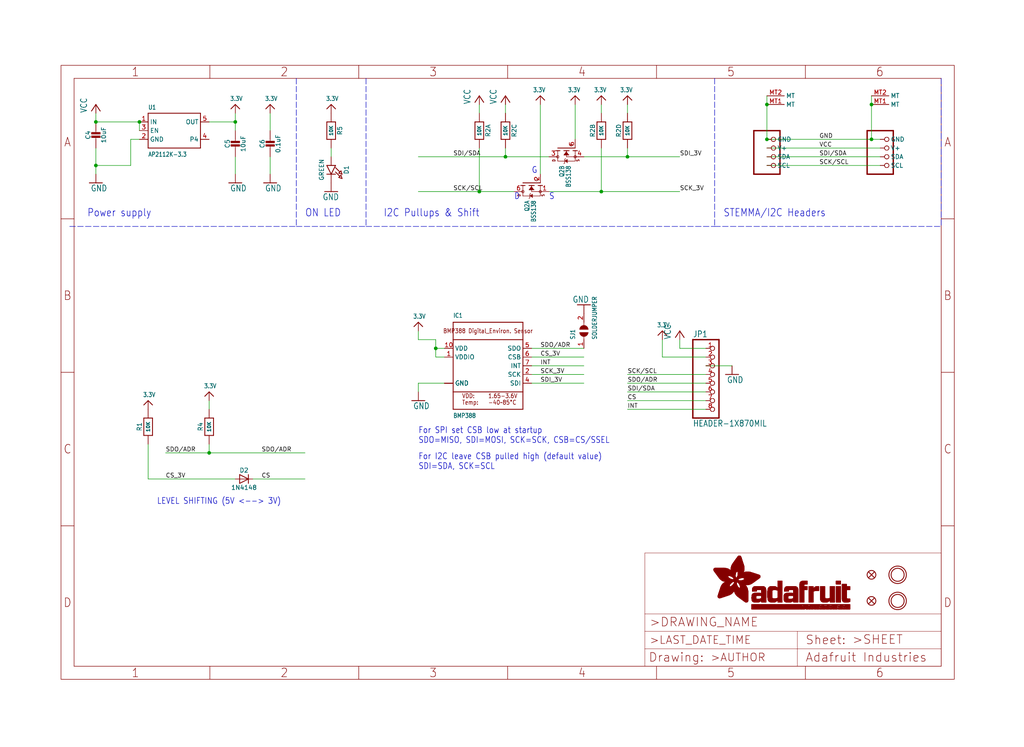
<source format=kicad_sch>
(kicad_sch (version 20211123) (generator eeschema)
  (paper "User" 298.45 217.881)
  (lib_symbols
    (symbol "schematicEagle-eagle-import:3.3V" (power)
      (property "Value" "3.3V" (at -1.524 1.016 0))
      (symbol "3.3V_1_0"
        (pin power_in line (at 0 -2.54 90) (length 2.54) (name "3.3V") (number "1"))
      )
    )
    (symbol "schematicEagle-eagle-import:BMP388"
      (property "Value" "BMP388" (at -10.16 -15.24 0))
      (symbol "BMP388_1_0"
        (text "-40~85°C" (at 0 -11.43 0) (effects (font (size 1.27 1.0795)) (justify left bottom)))
        (text "1.65-3.6V" (at 0 -9.525 0) (effects (font (size 1.27 1.0795)) (justify left bottom)))
        (text "BMP388 Digital_Environ. Sensor" (at 0 10.16 0) (effects (font (size 1.27 1.0795))))
        (text "Temp:" (at -7.62 -11.43 0) (effects (font (size 1.27 1.0795)) (justify left bottom)))
        (text "VDD:" (at -7.62 -9.525 0) (effects (font (size 1.27 1.0795)) (justify left bottom)))
        (pin power_in line (at -12.7 2.54 0) (length 2.54) (name "VDDIO") (number "1"))
        (pin power_in line (at -12.7 5.08 0) (length 2.54) (name "VDD") (number "10"))
        (pin input line (at 12.7 -2.54 180) (length 2.54) (name "SCK") (number "2"))
        (pin power_in line (at -12.7 -5.08 0) (length 2.54) (name "GND") (number "3"))
        (pin input line (at 12.7 -5.08 180) (length 2.54) (name "SDI") (number "4"))
        (pin output line (at 12.7 5.08 180) (length 2.54) (name "SDO") (number "5"))
        (pin input line (at 12.7 2.54 180) (length 2.54) (name "CSB") (number "6"))
        (pin output line (at 12.7 0 180) (length 2.54) (name "INT") (number "7"))
        (pin power_in line (at -12.7 -5.08 0) (length 2.54) (name "GND") (number "8"))
        (pin power_in line (at -12.7 -5.08 0) (length 2.54) (name "GND") (number "9"))
      )
    )
    (symbol "schematicEagle-eagle-import:CAP_CERAMIC0603_NO"
      (property "Reference" "C" (at -2.29 1.25 90))
      (property "Value" "CAP_CERAMIC0603_NO" (at 2.3 1.25 90))
      (symbol "CAP_CERAMIC0603_NO_1_0"
        (pin passive line (at 0 5.08 270) (length 2.54) (name "1") (number "1"))
        (pin passive line (at 0 -2.54 90) (length 2.54) (name "2") (number "2"))
      )
    )
    (symbol "schematicEagle-eagle-import:CAP_CERAMIC0805-NOOUTLINE"
      (property "Reference" "C" (at -2.29 1.25 90))
      (property "Value" "CAP_CERAMIC0805-NOOUTLINE" (at 2.3 1.25 90))
      (symbol "CAP_CERAMIC0805-NOOUTLINE_1_0"
        (pin passive line (at 0 5.08 270) (length 2.54) (name "1") (number "1"))
        (pin passive line (at 0 -2.54 90) (length 2.54) (name "2") (number "2"))
      )
    )
    (symbol "schematicEagle-eagle-import:DIODESOD-323"
      (property "Reference" "D" (at 0 2.54 0))
      (property "Value" "DIODESOD-323" (at 0 -2.5 0))
      (symbol "DIODESOD-323_1_0"
        (pin passive line (at -2.54 0 0) (length 2.54) (name "A") (number "A"))
        (pin passive line (at 2.54 0 180) (length 2.54) (name "C") (number "C"))
      )
    )
    (symbol "schematicEagle-eagle-import:FIDUCIAL_1MM")
    (symbol "schematicEagle-eagle-import:FRAME_A4_ADAFRUIT"
      (symbol "FRAME_A4_ADAFRUIT_0_0"
        (text "1" (at 21.6958 1.905 0) (effects (font (size 2.54 2.286))))
        (text "1" (at 21.6958 177.165 0) (effects (font (size 2.54 2.286))))
        (text "2" (at 65.0875 1.905 0) (effects (font (size 2.54 2.286))))
        (text "2" (at 65.0875 177.165 0) (effects (font (size 2.54 2.286))))
        (text "3" (at 108.4792 1.905 0) (effects (font (size 2.54 2.286))))
        (text "3" (at 108.4792 177.165 0) (effects (font (size 2.54 2.286))))
        (text "4" (at 151.8708 1.905 0) (effects (font (size 2.54 2.286))))
        (text "4" (at 151.8708 177.165 0) (effects (font (size 2.54 2.286))))
        (text "5" (at 195.2625 1.905 0) (effects (font (size 2.54 2.286))))
        (text "5" (at 195.2625 177.165 0) (effects (font (size 2.54 2.286))))
        (text "6" (at 238.6542 1.905 0) (effects (font (size 2.54 2.286))))
        (text "6" (at 238.6542 177.165 0) (effects (font (size 2.54 2.286))))
        (text "A" (at 1.905 156.6863 0) (effects (font (size 2.54 2.286))))
        (text "A" (at 258.445 156.6863 0) (effects (font (size 2.54 2.286))))
        (text "B" (at 1.905 111.9188 0) (effects (font (size 2.54 2.286))))
        (text "B" (at 258.445 111.9188 0) (effects (font (size 2.54 2.286))))
        (text "C" (at 1.905 67.1513 0) (effects (font (size 2.54 2.286))))
        (text "C" (at 258.445 67.1513 0) (effects (font (size 2.54 2.286))))
        (text "D" (at 1.905 22.3838 0) (effects (font (size 2.54 2.286))))
        (text "D" (at 258.445 22.3838 0) (effects (font (size 2.54 2.286))))
      )
      (symbol "FRAME_A4_ADAFRUIT_1_0"
        (text ">AUTHOR" (at 189.23 5.08 0) (effects (font (size 2.286 2.286)) (justify left bottom)))
        (text ">DRAWING_NAME" (at 171.45 15.24 0) (effects (font (size 2.54 2.54)) (justify left bottom)))
        (text ">LAST_DATE_TIME" (at 171.45 10.16 0) (effects (font (size 2.286 2.286)) (justify left bottom)))
        (text ">SHEET" (at 230.505 10.16 0) (effects (font (size 2.54 2.54)) (justify left bottom)))
        (text "Adafruit Industries" (at 216.916 4.953 0) (effects (font (size 2.54 2.54)) (justify left bottom)))
        (text "Drawing:" (at 171.196 4.953 0) (effects (font (size 2.54 2.54)) (justify left bottom)))
        (text "Sheet:" (at 216.916 10.033 0) (effects (font (size 2.54 2.54)) (justify left bottom)))
      )
    )
    (symbol "schematicEagle-eagle-import:GND" (power)
      (property "Value" "GND" (at -2.54 -2.54 0))
      (symbol "GND_1_0"
        (pin power_in line (at 0 2.54 270) (length 2.54) (name "GND") (number "1"))
      )
    )
    (symbol "schematicEagle-eagle-import:HEADER-1X870MIL"
      (property "Reference" "JP" (at -6.35 13.335 0))
      (property "Value" "HEADER-1X870MIL" (at -6.35 -12.7 0))
      (symbol "HEADER-1X870MIL_1_0"
        (pin passive inverted (at -2.54 10.16 0) (length 2.54) (name "1") (number "1"))
        (pin passive inverted (at -2.54 7.62 0) (length 2.54) (name "2") (number "2"))
        (pin passive inverted (at -2.54 5.08 0) (length 2.54) (name "3") (number "3"))
        (pin passive inverted (at -2.54 2.54 0) (length 2.54) (name "4") (number "4"))
        (pin passive inverted (at -2.54 0 0) (length 2.54) (name "5") (number "5"))
        (pin passive inverted (at -2.54 -2.54 0) (length 2.54) (name "6") (number "6"))
        (pin passive inverted (at -2.54 -5.08 0) (length 2.54) (name "7") (number "7"))
        (pin passive inverted (at -2.54 -7.62 0) (length 2.54) (name "8") (number "8"))
      )
    )
    (symbol "schematicEagle-eagle-import:LED0603_NOOUTLINE"
      (property "Reference" "D" (at -1.27 4.445 0))
      (property "Value" "LED0603_NOOUTLINE" (at -1.27 -2.794 0))
      (symbol "LED0603_NOOUTLINE_1_0"
        (pin passive line (at -5.08 0 0) (length 2.54) (name "A") (number "A"))
        (pin passive line (at 2.54 0 180) (length 2.54) (name "C") (number "C"))
      )
    )
    (symbol "schematicEagle-eagle-import:MOSFET-N_DUAL"
      (property "Reference" "Q" (at 5.08 0.635 0))
      (property "Value" "MOSFET-N_DUAL" (at 5.08 -1.27 0))
      (symbol "MOSFET-N_DUAL_1_0"
        (text "D" (at 3.175 3.175 0) (effects (font (size 0.8128 0.6908)) (justify left bottom)))
        (text "G" (at -1.27 -1.905 0) (effects (font (size 0.8128 0.6908)) (justify left bottom)))
        (text "S" (at 3.175 -3.81 0) (effects (font (size 0.8128 0.6908)) (justify left bottom)))
        (pin bidirectional line (at 2.54 -5.08 90) (length 2.54) (name "S") (number "1"))
        (pin bidirectional line (at -2.54 -2.54 0) (length 2.54) (name "G") (number "2"))
        (pin bidirectional line (at 2.54 5.08 270) (length 2.54) (name "D") (number "6"))
      )
      (symbol "MOSFET-N_DUAL_2_0"
        (text "D" (at 3.175 3.175 0) (effects (font (size 0.8128 0.6908)) (justify left bottom)))
        (text "G" (at -1.27 -1.905 0) (effects (font (size 0.8128 0.6908)) (justify left bottom)))
        (text "S" (at 3.175 -3.81 0) (effects (font (size 0.8128 0.6908)) (justify left bottom)))
        (pin bidirectional line (at 2.54 5.08 270) (length 2.54) (name "D") (number "3"))
        (pin bidirectional line (at 2.54 -5.08 90) (length 2.54) (name "S") (number "4"))
        (pin bidirectional line (at -2.54 -2.54 0) (length 2.54) (name "G") (number "5"))
      )
    )
    (symbol "schematicEagle-eagle-import:MOUNTINGHOLE2.5")
    (symbol "schematicEagle-eagle-import:RESISTOR_0603_NOOUT"
      (property "Reference" "R" (at 0 2.54 0))
      (property "Value" "RESISTOR_0603_NOOUT" (at 0 0 0))
      (symbol "RESISTOR_0603_NOOUT_1_0"
        (pin passive line (at -5.08 0 0) (length 2.54) (name "1") (number "1"))
        (pin passive line (at 5.08 0 180) (length 2.54) (name "2") (number "2"))
      )
    )
    (symbol "schematicEagle-eagle-import:RESISTOR_4PACK"
      (property "Reference" "R" (at 0 2.54 0))
      (property "Value" "RESISTOR_4PACK" (at 0 0 0))
      (symbol "RESISTOR_4PACK_1_0"
        (pin passive line (at -5.08 0 0) (length 2.54) (name "1") (number "1"))
        (pin passive line (at 5.08 0 180) (length 2.54) (name "2") (number "8"))
      )
      (symbol "RESISTOR_4PACK_2_0"
        (pin passive line (at -5.08 0 0) (length 2.54) (name "1") (number "2"))
        (pin passive line (at 5.08 0 180) (length 2.54) (name "2") (number "7"))
      )
      (symbol "RESISTOR_4PACK_3_0"
        (pin passive line (at -5.08 0 0) (length 2.54) (name "1") (number "3"))
        (pin passive line (at 5.08 0 180) (length 2.54) (name "2") (number "6"))
      )
      (symbol "RESISTOR_4PACK_4_0"
        (pin passive line (at -5.08 0 0) (length 2.54) (name "1") (number "4"))
        (pin passive line (at 5.08 0 180) (length 2.54) (name "2") (number "5"))
      )
    )
    (symbol "schematicEagle-eagle-import:SOLDERJUMPER"
      (property "Reference" "SJ" (at -2.54 2.54 0))
      (property "Value" "SOLDERJUMPER" (at -2.54 -3.81 0))
      (symbol "SOLDERJUMPER_1_0"
        (pin passive line (at -5.08 0 0) (length 2.54) (name "1") (number "1"))
        (pin passive line (at 5.08 0 180) (length 2.54) (name "2") (number "2"))
      )
    )
    (symbol "schematicEagle-eagle-import:STEMMA_I2C_QT"
      (symbol "STEMMA_I2C_QT_1_0"
        (pin passive inverted (at 0 5.08 0) (length 2.54) (name "GND") (number "1"))
        (pin passive inverted (at 0 2.54 0) (length 2.54) (name "V+") (number "2"))
        (pin passive inverted (at 0 0 0) (length 2.54) (name "SDA") (number "3"))
        (pin passive inverted (at 0 -2.54 0) (length 2.54) (name "SCL") (number "4"))
      )
      (symbol "STEMMA_I2C_QT_2_0"
        (pin bidirectional line (at 0 0 0) (length 5.08) (name "MT") (number "MT1"))
      )
      (symbol "STEMMA_I2C_QT_3_0"
        (pin bidirectional line (at 0 0 0) (length 5.08) (name "MT") (number "MT2"))
      )
    )
    (symbol "schematicEagle-eagle-import:VCC" (power)
      (property "Value" "VCC" (at -2.54 -2.54 90))
      (symbol "VCC_1_0"
        (pin power_in line (at 0 -2.54 90) (length 2.54) (name "VCC") (number "1"))
      )
    )
    (symbol "schematicEagle-eagle-import:VREG_SOT23-5"
      (property "Reference" "U" (at -7.62 6.096 0))
      (property "Value" "VREG_SOT23-5" (at -7.62 -7.62 0))
      (symbol "VREG_SOT23-5_1_0"
        (pin power_in line (at -10.16 2.54 0) (length 2.54) (name "IN") (number "1"))
        (pin power_in line (at -10.16 -2.54 0) (length 2.54) (name "GND") (number "2"))
        (pin input line (at -10.16 0 0) (length 2.54) (name "EN") (number "3"))
        (pin bidirectional line (at 10.16 -2.54 180) (length 2.54) (name "P4") (number "4"))
        (pin power_in line (at 10.16 2.54 180) (length 2.54) (name "OUT") (number "5"))
      )
    )
  )
  (junction (at 254 30.48))
  (junction (at 27.94 35.56))
  (junction (at 40.64 35.56))
  (junction (at 139.7 55.88))
  (junction (at 147.32 45.72))
  (junction (at 68.58 35.56))
  (junction (at 223.52 40.64))
  (junction (at 223.52 30.48))
  (junction (at 175.26 55.88))
  (junction (at 60.96 132.08))
  (junction (at 254 40.64))
  (junction (at 182.88 45.72))
  (junction (at 127 101.6))
  (junction (at 27.94 48.26))
  (polyline (pts (xy 208.28 66.04) (xy 274.32 66.04)))
  (polyline (pts (xy 274.32 22.86) (xy 274.32 66.04)))
  (wire (pts (xy 40.64 35.56) (xy 27.94 35.56)))
  (polyline (pts (xy 86.36 22.86) (xy 86.36 66.04)))
  (wire (pts (xy 154.94 101.6) (xy 170.18 101.6)))
  (wire (pts (xy 205.74 111.76) (xy 182.88 111.76)))
  (polyline (pts (xy 208.28 22.86) (xy 208.28 66.04)))
  (wire (pts (xy 139.7 55.88) (xy 121.92 55.88)))
  (wire (pts (xy 154.94 106.68) (xy 170.18 106.68)))
  (wire (pts (xy 129.54 101.6) (xy 127 101.6)))
  (wire (pts (xy 121.92 111.76) (xy 121.92 114.3)))
  (wire (pts (xy 223.52 30.48) (xy 223.52 40.64)))
  (wire (pts (xy 68.58 35.56) (xy 68.58 38.1)))
  (polyline (pts (xy 86.36 66.04) (xy 106.68 66.04)))
  (wire (pts (xy 27.94 33.02) (xy 27.94 35.56)))
  (wire (pts (xy 121.92 111.76) (xy 129.54 111.76)))
  (wire (pts (xy 127 101.6) (xy 127 104.14)))
  (wire (pts (xy 223.52 48.26) (xy 256.54 48.26)))
  (wire (pts (xy 170.18 109.22) (xy 154.94 109.22)))
  (wire (pts (xy 78.74 33.02) (xy 78.74 38.1)))
  (wire (pts (xy 139.7 30.48) (xy 139.7 33.02)))
  (wire (pts (xy 27.94 48.26) (xy 27.94 50.8)))
  (wire (pts (xy 157.48 50.8) (xy 157.48 30.48)))
  (wire (pts (xy 254 27.94) (xy 254 30.48)))
  (wire (pts (xy 256.54 45.72) (xy 223.52 45.72)))
  (wire (pts (xy 78.74 45.72) (xy 78.74 50.8)))
  (wire (pts (xy 205.74 101.6) (xy 198.12 101.6)))
  (wire (pts (xy 175.26 33.02) (xy 175.26 30.48)))
  (wire (pts (xy 60.96 35.56) (xy 68.58 35.56)))
  (wire (pts (xy 60.96 116.84) (xy 60.96 119.38)))
  (wire (pts (xy 60.96 129.54) (xy 60.96 132.08)))
  (wire (pts (xy 38.1 48.26) (xy 27.94 48.26)))
  (wire (pts (xy 205.74 119.38) (xy 182.88 119.38)))
  (wire (pts (xy 205.74 116.84) (xy 182.88 116.84)))
  (wire (pts (xy 205.74 106.68) (xy 213.36 106.68)))
  (wire (pts (xy 38.1 40.64) (xy 38.1 48.26)))
  (wire (pts (xy 175.26 55.88) (xy 198.12 55.88)))
  (wire (pts (xy 60.96 132.08) (xy 48.26 132.08)))
  (wire (pts (xy 147.32 45.72) (xy 121.92 45.72)))
  (wire (pts (xy 254 40.64) (xy 223.52 40.64)))
  (wire (pts (xy 68.58 45.72) (xy 68.58 50.8)))
  (wire (pts (xy 205.74 114.3) (xy 182.88 114.3)))
  (wire (pts (xy 205.74 104.14) (xy 193.04 104.14)))
  (wire (pts (xy 154.94 111.76) (xy 170.18 111.76)))
  (wire (pts (xy 160.02 45.72) (xy 147.32 45.72)))
  (polyline (pts (xy 106.68 66.04) (xy 208.28 66.04)))
  (wire (pts (xy 60.96 132.08) (xy 88.9 132.08)))
  (polyline (pts (xy 106.68 22.86) (xy 106.68 66.04)))
  (wire (pts (xy 40.64 40.64) (xy 38.1 40.64)))
  (wire (pts (xy 27.94 48.26) (xy 27.94 43.18)))
  (wire (pts (xy 160.02 55.88) (xy 175.26 55.88)))
  (wire (pts (xy 175.26 43.18) (xy 175.26 55.88)))
  (wire (pts (xy 256.54 40.64) (xy 254 40.64)))
  (wire (pts (xy 182.88 45.72) (xy 198.12 45.72)))
  (wire (pts (xy 139.7 43.18) (xy 139.7 55.88)))
  (wire (pts (xy 254 30.48) (xy 254 40.64)))
  (wire (pts (xy 198.12 101.6) (xy 198.12 99.06)))
  (wire (pts (xy 147.32 43.18) (xy 147.32 45.72)))
  (wire (pts (xy 154.94 104.14) (xy 170.18 104.14)))
  (wire (pts (xy 147.32 33.02) (xy 147.32 30.48)))
  (wire (pts (xy 96.52 45.72) (xy 96.52 43.18)))
  (wire (pts (xy 68.58 139.7) (xy 43.18 139.7)))
  (wire (pts (xy 127 99.06) (xy 127 101.6)))
  (wire (pts (xy 121.92 99.06) (xy 127 99.06)))
  (wire (pts (xy 205.74 109.22) (xy 182.88 109.22)))
  (wire (pts (xy 73.66 139.7) (xy 88.9 139.7)))
  (wire (pts (xy 43.18 139.7) (xy 43.18 129.54)))
  (wire (pts (xy 193.04 104.14) (xy 193.04 99.06)))
  (wire (pts (xy 223.52 43.18) (xy 256.54 43.18)))
  (wire (pts (xy 121.92 96.52) (xy 121.92 99.06)))
  (wire (pts (xy 182.88 33.02) (xy 182.88 30.48)))
  (wire (pts (xy 68.58 35.56) (xy 68.58 33.02)))
  (wire (pts (xy 170.18 45.72) (xy 182.88 45.72)))
  (wire (pts (xy 167.64 40.64) (xy 167.64 30.48)))
  (wire (pts (xy 127 104.14) (xy 129.54 104.14)))
  (wire (pts (xy 40.64 38.1) (xy 40.64 35.56)))
  (polyline (pts (xy 20.32 66.04) (xy 86.36 66.04)))
  (wire (pts (xy 149.86 55.88) (xy 139.7 55.88)))
  (wire (pts (xy 182.88 43.18) (xy 182.88 45.72)))
  (wire (pts (xy 223.52 27.94) (xy 223.52 30.48)))
  (text "G" (at 154.94 50.8 180) (effects (font (size 1.778 1.5113)) (justify left bottom)))
  (text "ON LED" (at 88.9 63.5 180) (effects (font (size 2.1844 1.8567)) (justify left bottom)))
  (text "LEVEL SHIFTING (5V <--> 3V)" (at 45.72 147.32 180) (effects (font (size 1.778 1.5113)) (justify left bottom)))
  (text "For SPI set CSB low at startup\nSDO=MISO, SDI=MOSI, SCK=SCK, CSB=CS/SSEL" (at 121.92 129.54 0) (effects (font (size 1.778 1.5113)) (justify left bottom)))
  (text "D" (at 149.86 58.42 180) (effects (font (size 1.778 1.5113)) (justify left bottom)))
  (text "I2C Pullups & Shift" (at 111.76 63.5 180) (effects (font (size 2.1844 1.8567)) (justify left bottom)))
  (text "Power supply" (at 25.4 63.5 180) (effects (font (size 2.1844 1.8567)) (justify left bottom)))
  (text "S" (at 160.02 58.42 180) (effects (font (size 1.778 1.5113)) (justify left bottom)))
  (text "For I2C leave CSB pulled high (default value)\nSDI=SDA, SCK=SCL" (at 121.92 137.16 0) (effects (font (size 1.778 1.5113)) (justify left bottom)))
  (text "STEMMA/I2C Headers" (at 210.82 63.5 180) (effects (font (size 2.1844 1.8567)) (justify left bottom)))
  (label "SCK/SCL" (at 238.76 48.26 0) (effects (font (size 1.2446 1.2446))))
  (label "SDO/ADR" (at 157.48 101.6 0) (effects (font (size 1.2446 1.2446))))
  (label "SCK/SCL" (at 132.08 55.88 0) (effects (font (size 1.2446 1.2446))))
  (label "SDO/ADR" (at 182.88 111.76 0) (effects (font (size 1.2446 1.2446))))
  (label "INT" (at 157.48 106.68 0) (effects (font (size 1.2446 1.2446))))
  (label "INT" (at 182.88 119.38 0) (effects (font (size 1.2446 1.2446))))
  (label "SDI/SDA" (at 182.88 114.3 0) (effects (font (size 1.2446 1.2446))))
  (label "CS" (at 182.88 116.84 0) (effects (font (size 1.2446 1.2446))))
  (label "SDI/SDA" (at 132.08 45.72 0) (effects (font (size 1.2446 1.2446))))
  (label "CS" (at 76.2 139.7 0) (effects (font (size 1.2446 1.2446))))
  (label "SCK/SCL" (at 182.88 109.22 0) (effects (font (size 1.2446 1.2446))))
  (label "SCK_3V" (at 157.48 109.22 0) (effects (font (size 1.2446 1.2446))))
  (label "SDI_3V" (at 198.12 45.72 0) (effects (font (size 1.2446 1.2446))))
  (label "SDI/SDA" (at 238.76 45.72 0) (effects (font (size 1.2446 1.2446))))
  (label "CS_3V" (at 48.26 139.7 0) (effects (font (size 1.2446 1.2446))))
  (label "SDO/ADR" (at 48.26 132.08 0) (effects (font (size 1.2446 1.2446))))
  (label "SDO/ADR" (at 76.2 132.08 0) (effects (font (size 1.2446 1.2446))))
  (label "SDI_3V" (at 157.48 111.76 0) (effects (font (size 1.2446 1.2446))))
  (label "VCC" (at 238.76 43.18 0) (effects (font (size 1.2446 1.2446))))
  (label "GND" (at 238.76 40.64 0) (effects (font (size 1.2446 1.2446))))
  (label "SCK_3V" (at 198.12 55.88 0) (effects (font (size 1.2446 1.2446))))
  (label "CS_3V" (at 157.48 104.14 0) (effects (font (size 1.2446 1.2446))))
  (symbol (lib_id "schematicEagle-eagle-import:DIODESOD-323") (at 71.12 139.7 0) (unit 1)
    (property "Reference" "D2" (at 71.12 137.16 0))
    (property "Value" "1N4148" (at 71.12 142.2 0))
    (property "Footprint" "schematicEagle:SOD-323" (effects hide))
  )
  (symbol (lib_id "schematicEagle-eagle-import:FRAME_A4_ADAFRUIT") (at 17.78 198.12 0) (unit 1)
    (property "Reference" "#U$42" (effects hide))
    (property "Value" "FRAME_A4_ADAFRUIT" (effects hide))
    (property "Footprint" "schematicEagle:" (effects hide))
  )
  (symbol (lib_id "schematicEagle-eagle-import:RESISTOR_0603_NOOUT") (at 96.52 38.1 270) (unit 1)
    (property "Reference" "R5" (at 99.06 38.1 0))
    (property "Value" "10K" (at 96.52 38.1 0) (effects (font (size 1.016 1.016) bold)))
    (property "Footprint" "schematicEagle:0603-NO" (effects hide))
  )
  (symbol (lib_id "schematicEagle-eagle-import:MOUNTINGHOLE2.5") (at 261.62 167.64 0) (unit 1)
    (property "Reference" "U$41" (effects hide))
    (property "Value" "MOUNTINGHOLE2.5" (effects hide))
    (property "Footprint" "schematicEagle:MOUNTINGHOLE_2.5_PLATED" (effects hide))
  )
  (symbol (lib_id "schematicEagle-eagle-import:RESISTOR_0603_NOOUT") (at 43.18 124.46 90) (unit 1)
    (property "Reference" "R1" (at 40.64 124.46 0))
    (property "Value" "10K" (at 43.18 124.46 0) (effects (font (size 1.016 1.016) bold)))
    (property "Footprint" "schematicEagle:0603-NO" (effects hide))
  )
  (symbol (lib_id "schematicEagle-eagle-import:STEMMA_I2C_QT") (at 223.52 45.72 0) (unit 1)
    (property "Reference" "CONN3" (effects hide))
    (property "Value" "STEMMA_I2C_QT" (effects hide))
    (property "Footprint" "schematicEagle:JST_SH4" (effects hide))
  )
  (symbol (lib_id "schematicEagle-eagle-import:GND") (at 78.74 53.34 0) (unit 1)
    (property "Reference" "#U$31" (effects hide))
    (property "Value" "GND" (at 77.216 55.88 0) (effects (font (size 1.778 1.5113)) (justify left bottom)))
    (property "Footprint" "schematicEagle:" (effects hide))
  )
  (symbol (lib_id "schematicEagle-eagle-import:3.3V") (at 121.92 93.98 0) (unit 1)
    (property "Reference" "#U$12" (effects hide))
    (property "Value" "3.3V" (at 120.396 92.964 0) (effects (font (size 1.27 1.0795)) (justify left bottom)))
    (property "Footprint" "schematicEagle:" (effects hide))
  )
  (symbol (lib_id "schematicEagle-eagle-import:3.3V") (at 167.64 27.94 0) (mirror y) (unit 1)
    (property "Reference" "#U$38" (effects hide))
    (property "Value" "3.3V" (at 169.164 26.924 0) (effects (font (size 1.27 1.0795)) (justify left bottom)))
    (property "Footprint" "schematicEagle:" (effects hide))
  )
  (symbol (lib_id "schematicEagle-eagle-import:RESISTOR_4PACK") (at 182.88 38.1 90) (mirror x) (unit 4)
    (property "Reference" "R2" (at 180.34 38.1 0))
    (property "Value" "10K" (at 182.88 38.1 0) (effects (font (size 1.016 1.016) bold)))
    (property "Footprint" "schematicEagle:RESPACK_4X0603" (effects hide))
  )
  (symbol (lib_id "schematicEagle-eagle-import:MOSFET-N_DUAL") (at 154.94 53.34 90) (mirror x) (unit 1)
    (property "Reference" "Q2" (at 154.305 58.42 0) (effects (font (size 1.27 1.0795)) (justify left bottom)))
    (property "Value" "BSS138" (at 156.21 58.42 0) (effects (font (size 1.27 1.0795)) (justify left bottom)))
    (property "Footprint" "schematicEagle:SOT363" (effects hide))
  )
  (symbol (lib_id "schematicEagle-eagle-import:MOSFET-N_DUAL") (at 165.1 43.18 90) (mirror x) (unit 2)
    (property "Reference" "Q2" (at 164.465 48.26 0) (effects (font (size 1.27 1.0795)) (justify left bottom)))
    (property "Value" "BSS138" (at 166.37 48.26 0) (effects (font (size 1.27 1.0795)) (justify left bottom)))
    (property "Footprint" "schematicEagle:SOT363" (effects hide))
  )
  (symbol (lib_id "schematicEagle-eagle-import:GND") (at 68.58 53.34 0) (unit 1)
    (property "Reference" "#U$30" (effects hide))
    (property "Value" "GND" (at 67.056 55.88 0) (effects (font (size 1.778 1.5113)) (justify left bottom)))
    (property "Footprint" "schematicEagle:" (effects hide))
  )
  (symbol (lib_id "schematicEagle-eagle-import:3.3V") (at 193.04 96.52 0) (unit 1)
    (property "Reference" "#U$10" (effects hide))
    (property "Value" "3.3V" (at 191.516 95.504 0) (effects (font (size 1.27 1.0795)) (justify left bottom)))
    (property "Footprint" "schematicEagle:" (effects hide))
  )
  (symbol (lib_id "schematicEagle-eagle-import:STEMMA_I2C_QT") (at 223.52 30.48 0) (unit 2)
    (property "Reference" "CONN3" (effects hide))
    (property "Value" "STEMMA_I2C_QT" (effects hide))
    (property "Footprint" "schematicEagle:JST_SH4" (effects hide))
  )
  (symbol (lib_id "schematicEagle-eagle-import:GND") (at 27.94 53.34 0) (unit 1)
    (property "Reference" "#U$23" (effects hide))
    (property "Value" "GND" (at 26.416 55.88 0) (effects (font (size 1.778 1.5113)) (justify left bottom)))
    (property "Footprint" "schematicEagle:" (effects hide))
  )
  (symbol (lib_id "schematicEagle-eagle-import:3.3V") (at 78.74 30.48 0) (unit 1)
    (property "Reference" "#U$33" (effects hide))
    (property "Value" "3.3V" (at 77.216 29.464 0) (effects (font (size 1.27 1.0795)) (justify left bottom)))
    (property "Footprint" "schematicEagle:" (effects hide))
  )
  (symbol (lib_id "schematicEagle-eagle-import:VREG_SOT23-5") (at 50.8 38.1 0) (unit 1)
    (property "Reference" "U1" (at 43.18 32.004 0) (effects (font (size 1.27 1.0795)) (justify left bottom)))
    (property "Value" "AP2112K-3.3" (at 43.18 45.72 0) (effects (font (size 1.27 1.0795)) (justify left bottom)))
    (property "Footprint" "schematicEagle:SOT23-5" (effects hide))
  )
  (symbol (lib_id "schematicEagle-eagle-import:STEMMA_I2C_QT") (at 223.52 27.94 0) (unit 3)
    (property "Reference" "CONN3" (effects hide))
    (property "Value" "STEMMA_I2C_QT" (effects hide))
    (property "Footprint" "schematicEagle:JST_SH4" (effects hide))
  )
  (symbol (lib_id "schematicEagle-eagle-import:3.3V") (at 60.96 114.3 0) (unit 1)
    (property "Reference" "#U$25" (effects hide))
    (property "Value" "3.3V" (at 59.436 113.284 0) (effects (font (size 1.27 1.0795)) (justify left bottom)))
    (property "Footprint" "schematicEagle:" (effects hide))
  )
  (symbol (lib_id "schematicEagle-eagle-import:HEADER-1X870MIL") (at 208.28 111.76 0) (unit 1)
    (property "Reference" "JP1" (at 201.93 98.425 0) (effects (font (size 1.778 1.5113)) (justify left bottom)))
    (property "Value" "HEADER-1X870MIL" (at 201.93 124.46 0) (effects (font (size 1.778 1.5113)) (justify left bottom)))
    (property "Footprint" "schematicEagle:1X08_ROUND_70" (effects hide))
  )
  (symbol (lib_id "schematicEagle-eagle-import:GND") (at 121.92 116.84 0) (unit 1)
    (property "Reference" "#U$3" (effects hide))
    (property "Value" "GND" (at 120.396 119.38 0) (effects (font (size 1.778 1.5113)) (justify left bottom)))
    (property "Footprint" "schematicEagle:" (effects hide))
  )
  (symbol (lib_id "schematicEagle-eagle-import:MOUNTINGHOLE2.5") (at 261.62 175.26 0) (unit 1)
    (property "Reference" "U$40" (effects hide))
    (property "Value" "MOUNTINGHOLE2.5" (effects hide))
    (property "Footprint" "schematicEagle:MOUNTINGHOLE_2.5_PLATED" (effects hide))
  )
  (symbol (lib_id "schematicEagle-eagle-import:RESISTOR_0603_NOOUT") (at 60.96 124.46 90) (unit 1)
    (property "Reference" "R4" (at 58.42 124.46 0))
    (property "Value" "10K" (at 60.96 124.46 0) (effects (font (size 1.016 1.016) bold)))
    (property "Footprint" "schematicEagle:0603-NO" (effects hide))
  )
  (symbol (lib_id "schematicEagle-eagle-import:GND") (at 213.36 109.22 0) (unit 1)
    (property "Reference" "#U$4" (effects hide))
    (property "Value" "GND" (at 211.836 111.76 0) (effects (font (size 1.778 1.5113)) (justify left bottom)))
    (property "Footprint" "schematicEagle:" (effects hide))
  )
  (symbol (lib_id "schematicEagle-eagle-import:3.3V") (at 68.58 30.48 0) (unit 1)
    (property "Reference" "#U$34" (effects hide))
    (property "Value" "3.3V" (at 67.056 29.464 0) (effects (font (size 1.27 1.0795)) (justify left bottom)))
    (property "Footprint" "schematicEagle:" (effects hide))
  )
  (symbol (lib_id "schematicEagle-eagle-import:3.3V") (at 43.18 116.84 0) (unit 1)
    (property "Reference" "#U$18" (effects hide))
    (property "Value" "3.3V" (at 41.656 115.824 0) (effects (font (size 1.27 1.0795)) (justify left bottom)))
    (property "Footprint" "schematicEagle:" (effects hide))
  )
  (symbol (lib_id "schematicEagle-eagle-import:STEMMA_I2C_QT") (at 256.54 45.72 0) (unit 1)
    (property "Reference" "CONN4" (effects hide))
    (property "Value" "STEMMA_I2C_QT" (effects hide))
    (property "Footprint" "schematicEagle:JST_SH4" (effects hide))
  )
  (symbol (lib_id "schematicEagle-eagle-import:RESISTOR_4PACK") (at 139.7 38.1 270) (unit 1)
    (property "Reference" "R2" (at 142.24 38.1 0))
    (property "Value" "10K" (at 139.7 38.1 0) (effects (font (size 1.016 1.016) bold)))
    (property "Footprint" "schematicEagle:RESPACK_4X0603" (effects hide))
  )
  (symbol (lib_id "schematicEagle-eagle-import:VCC") (at 147.32 27.94 0) (unit 1)
    (property "Reference" "#P+2" (effects hide))
    (property "Value" "VCC" (at 144.78 30.48 90) (effects (font (size 1.778 1.5113)) (justify left bottom)))
    (property "Footprint" "schematicEagle:" (effects hide))
  )
  (symbol (lib_id "schematicEagle-eagle-import:SOLDERJUMPER") (at 170.18 96.52 90) (unit 1)
    (property "Reference" "SJ1" (at 167.64 99.06 0) (effects (font (size 1.27 1.0795)) (justify left bottom)))
    (property "Value" "SOLDERJUMPER" (at 173.99 99.06 0) (effects (font (size 1.27 1.0795)) (justify left bottom)))
    (property "Footprint" "schematicEagle:SOLDERJUMPER_ARROW_NOPASTE" (effects hide))
  )
  (symbol (lib_id "schematicEagle-eagle-import:3.3V") (at 157.48 27.94 0) (mirror y) (unit 1)
    (property "Reference" "#U$37" (effects hide))
    (property "Value" "3.3V" (at 159.004 26.924 0) (effects (font (size 1.27 1.0795)) (justify left bottom)))
    (property "Footprint" "schematicEagle:" (effects hide))
  )
  (symbol (lib_id "schematicEagle-eagle-import:CAP_CERAMIC0603_NO") (at 78.74 43.18 0) (unit 1)
    (property "Reference" "C6" (at 76.45 41.93 90))
    (property "Value" "0.1uF" (at 81.04 41.93 90))
    (property "Footprint" "schematicEagle:0603-NO" (effects hide))
  )
  (symbol (lib_id "schematicEagle-eagle-import:CAP_CERAMIC0805-NOOUTLINE") (at 68.58 43.18 0) (unit 1)
    (property "Reference" "C5" (at 66.29 41.93 90))
    (property "Value" "10uF" (at 70.88 41.93 90))
    (property "Footprint" "schematicEagle:0805-NO" (effects hide))
  )
  (symbol (lib_id "schematicEagle-eagle-import:GND") (at 170.18 88.9 180) (unit 1)
    (property "Reference" "#U$1" (effects hide))
    (property "Value" "GND" (at 171.704 86.36 0) (effects (font (size 1.778 1.5113)) (justify left bottom)))
    (property "Footprint" "schematicEagle:" (effects hide))
  )
  (symbol (lib_id "schematicEagle-eagle-import:STEMMA_I2C_QT") (at 254 30.48 0) (unit 2)
    (property "Reference" "CONN4" (effects hide))
    (property "Value" "STEMMA_I2C_QT" (effects hide))
    (property "Footprint" "schematicEagle:JST_SH4" (effects hide))
  )
  (symbol (lib_id "schematicEagle-eagle-import:GND") (at 96.52 55.88 0) (unit 1)
    (property "Reference" "#GND6" (effects hide))
    (property "Value" "GND" (at 93.98 58.42 0) (effects (font (size 1.778 1.5113)) (justify left bottom)))
    (property "Footprint" "schematicEagle:" (effects hide))
  )
  (symbol (lib_id "schematicEagle-eagle-import:VCC") (at 198.12 96.52 0) (unit 1)
    (property "Reference" "#P+5" (effects hide))
    (property "Value" "VCC" (at 195.58 99.06 90) (effects (font (size 1.778 1.5113)) (justify left bottom)))
    (property "Footprint" "schematicEagle:" (effects hide))
  )
  (symbol (lib_id "schematicEagle-eagle-import:VCC") (at 139.7 27.94 0) (unit 1)
    (property "Reference" "#P+1" (effects hide))
    (property "Value" "VCC" (at 137.16 30.48 90) (effects (font (size 1.778 1.5113)) (justify left bottom)))
    (property "Footprint" "schematicEagle:" (effects hide))
  )
  (symbol (lib_id "schematicEagle-eagle-import:VCC") (at 27.94 30.48 0) (unit 1)
    (property "Reference" "#P+3" (effects hide))
    (property "Value" "VCC" (at 25.4 33.02 90) (effects (font (size 1.778 1.5113)) (justify left bottom)))
    (property "Footprint" "schematicEagle:" (effects hide))
  )
  (symbol (lib_id "schematicEagle-eagle-import:CAP_CERAMIC0805-NOOUTLINE") (at 27.94 40.64 0) (unit 1)
    (property "Reference" "C4" (at 25.65 39.39 90))
    (property "Value" "10uF" (at 30.24 39.39 90))
    (property "Footprint" "schematicEagle:0805-NO" (effects hide))
  )
  (symbol (lib_id "schematicEagle-eagle-import:FIDUCIAL_1MM") (at 254 167.64 0) (unit 1)
    (property "Reference" "FID4" (effects hide))
    (property "Value" "FIDUCIAL_1MM" (effects hide))
    (property "Footprint" "schematicEagle:FIDUCIAL_1MM" (effects hide))
  )
  (symbol (lib_id "schematicEagle-eagle-import:3.3V") (at 175.26 27.94 0) (mirror y) (unit 1)
    (property "Reference" "#U$36" (effects hide))
    (property "Value" "3.3V" (at 176.784 26.924 0) (effects (font (size 1.27 1.0795)) (justify left bottom)))
    (property "Footprint" "schematicEagle:" (effects hide))
  )
  (symbol (lib_id "schematicEagle-eagle-import:RESISTOR_4PACK") (at 147.32 38.1 270) (unit 3)
    (property "Reference" "R2" (at 149.86 38.1 0))
    (property "Value" "10K" (at 147.32 38.1 0) (effects (font (size 1.016 1.016) bold)))
    (property "Footprint" "schematicEagle:RESPACK_4X0603" (effects hide))
  )
  (symbol (lib_id "schematicEagle-eagle-import:FIDUCIAL_1MM") (at 254 175.26 0) (unit 1)
    (property "Reference" "FID3" (effects hide))
    (property "Value" "FIDUCIAL_1MM" (effects hide))
    (property "Footprint" "schematicEagle:FIDUCIAL_1MM" (effects hide))
  )
  (symbol (lib_id "schematicEagle-eagle-import:RESISTOR_4PACK") (at 175.26 38.1 90) (mirror x) (unit 2)
    (property "Reference" "R2" (at 172.72 38.1 0))
    (property "Value" "10K" (at 175.26 38.1 0) (effects (font (size 1.016 1.016) bold)))
    (property "Footprint" "schematicEagle:RESPACK_4X0603" (effects hide))
  )
  (symbol (lib_id "schematicEagle-eagle-import:3.3V") (at 96.52 30.48 0) (unit 1)
    (property "Reference" "#U$45" (effects hide))
    (property "Value" "3.3V" (at 94.996 29.464 0) (effects (font (size 1.27 1.0795)) (justify left bottom)))
    (property "Footprint" "schematicEagle:" (effects hide))
  )
  (symbol (lib_id "schematicEagle-eagle-import:STEMMA_I2C_QT") (at 254 27.94 0) (unit 3)
    (property "Reference" "CONN4" (effects hide))
    (property "Value" "STEMMA_I2C_QT" (effects hide))
    (property "Footprint" "schematicEagle:JST_SH4" (effects hide))
  )
  (symbol (lib_id "schematicEagle-eagle-import:3.3V") (at 182.88 27.94 0) (mirror y) (unit 1)
    (property "Reference" "#U$35" (effects hide))
    (property "Value" "3.3V" (at 184.404 26.924 0) (effects (font (size 1.27 1.0795)) (justify left bottom)))
    (property "Footprint" "schematicEagle:" (effects hide))
  )
  (symbol (lib_id "schematicEagle-eagle-import:LED0603_NOOUTLINE") (at 96.52 50.8 270) (unit 1)
    (property "Reference" "D1" (at 100.965 49.53 0))
    (property "Value" "GREEN" (at 93.726 49.53 0))
    (property "Footprint" "schematicEagle:CHIPLED_0603_NOOUTLINE" (effects hide))
  )
  (symbol (lib_id "schematicEagle-eagle-import:BMP388") (at 142.24 106.68 0) (unit 1)
    (property "Reference" "IC1" (at 132.08 92.71 0) (effects (font (size 1.27 1.0795)) (justify left bottom)))
    (property "Value" "BMP388" (at 132.08 121.92 0) (effects (font (size 1.27 1.0795)) (justify left bottom)))
    (property "Footprint" "schematicEagle:BMP388" (effects hide))
  )
)
</source>
